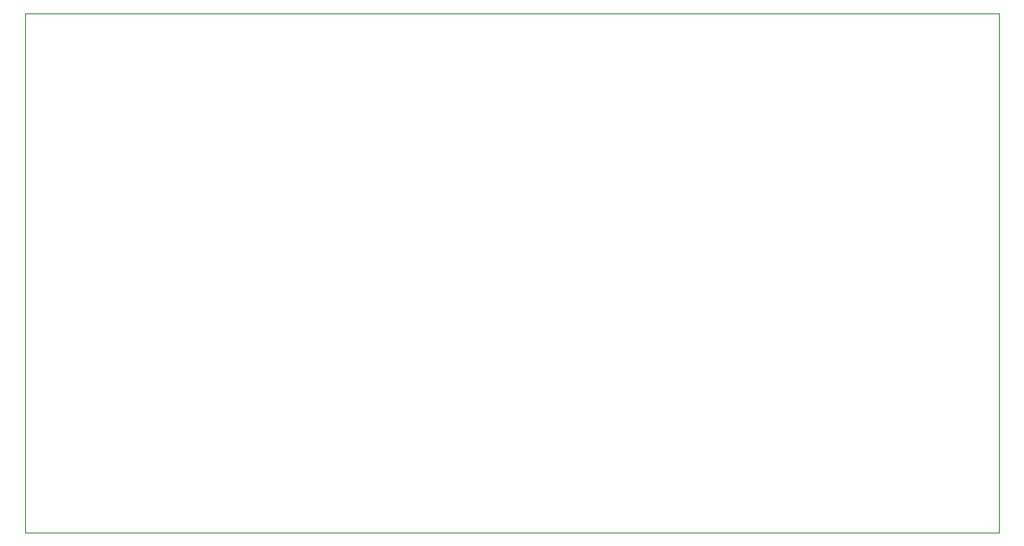
<source format=gbr>
%TF.GenerationSoftware,KiCad,Pcbnew,8.0.3-8.0.3-0~ubuntu23.10.1*%
%TF.CreationDate,2024-11-21T20:35:23-05:00*%
%TF.ProjectId,28mhz_class_e_amplifier_for_pi,32386d68-7a5f-4636-9c61-73735f655f61,alpha*%
%TF.SameCoordinates,Original*%
%TF.FileFunction,Profile,NP*%
%FSLAX46Y46*%
G04 Gerber Fmt 4.6, Leading zero omitted, Abs format (unit mm)*
G04 Created by KiCad (PCBNEW 8.0.3-8.0.3-0~ubuntu23.10.1) date 2024-11-21 20:35:23*
%MOMM*%
%LPD*%
G01*
G04 APERTURE LIST*
%TA.AperFunction,Profile*%
%ADD10C,0.050000*%
%TD*%
G04 APERTURE END LIST*
D10*
X104925000Y-55800000D02*
X197100000Y-55800000D01*
X197100000Y-104950000D01*
X104925000Y-104950000D01*
X104925000Y-55800000D01*
M02*

</source>
